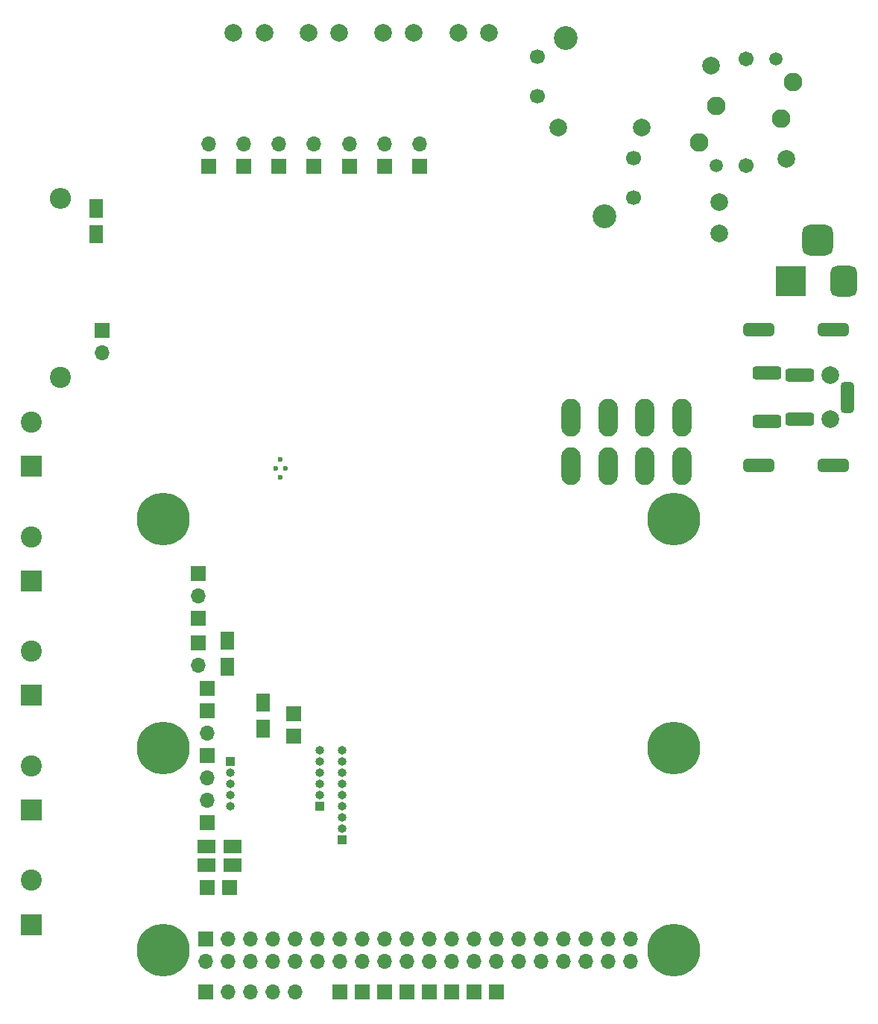
<source format=gbs>
G04 #@! TF.GenerationSoftware,KiCad,Pcbnew,(6.0.1-0)*
G04 #@! TF.CreationDate,2022-02-22T01:29:48+09:00*
G04 #@! TF.ProjectId,qPCR-main,71504352-2d6d-4616-996e-2e6b69636164,rev?*
G04 #@! TF.SameCoordinates,Original*
G04 #@! TF.FileFunction,Soldermask,Bot*
G04 #@! TF.FilePolarity,Negative*
%FSLAX46Y46*%
G04 Gerber Fmt 4.6, Leading zero omitted, Abs format (unit mm)*
G04 Created by KiCad (PCBNEW (6.0.1-0)) date 2022-02-22 01:29:48*
%MOMM*%
%LPD*%
G01*
G04 APERTURE LIST*
G04 Aperture macros list*
%AMRoundRect*
0 Rectangle with rounded corners*
0 $1 Rounding radius*
0 $2 $3 $4 $5 $6 $7 $8 $9 X,Y pos of 4 corners*
0 Add a 4 corners polygon primitive as box body*
4,1,4,$2,$3,$4,$5,$6,$7,$8,$9,$2,$3,0*
0 Add four circle primitives for the rounded corners*
1,1,$1+$1,$2,$3*
1,1,$1+$1,$4,$5*
1,1,$1+$1,$6,$7*
1,1,$1+$1,$8,$9*
0 Add four rect primitives between the rounded corners*
20,1,$1+$1,$2,$3,$4,$5,0*
20,1,$1+$1,$4,$5,$6,$7,0*
20,1,$1+$1,$6,$7,$8,$9,0*
20,1,$1+$1,$8,$9,$2,$3,0*%
%AMFreePoly0*
4,1,6,1.000000,0.000000,0.500000,-0.750000,-0.500000,-0.750000,-0.500000,0.750000,0.500000,0.750000,1.000000,0.000000,1.000000,0.000000,$1*%
G04 Aperture macros list end*
%ADD10R,1.700000X1.700000*%
%ADD11O,1.700000X1.700000*%
%ADD12C,2.000000*%
%ADD13C,0.600000*%
%ADD14R,2.400000X2.400000*%
%ADD15C,2.400000*%
%ADD16C,2.108200*%
%ADD17C,1.498600*%
%ADD18C,1.701800*%
%ADD19C,2.006600*%
%ADD20C,2.700000*%
%ADD21C,1.700000*%
%ADD22R,3.500000X3.500000*%
%ADD23RoundRect,0.750000X0.750000X1.000000X-0.750000X1.000000X-0.750000X-1.000000X0.750000X-1.000000X0*%
%ADD24RoundRect,0.875000X0.875000X0.875000X-0.875000X0.875000X-0.875000X-0.875000X0.875000X-0.875000X0*%
%ADD25O,2.400000X2.400000*%
%ADD26C,6.000000*%
%ADD27RoundRect,0.375000X1.275000X-0.375000X1.275000X0.375000X-1.275000X0.375000X-1.275000X-0.375000X0*%
%ADD28RoundRect,0.375000X0.375000X1.375000X-0.375000X1.375000X-0.375000X-1.375000X0.375000X-1.375000X0*%
%ADD29RoundRect,0.375000X-1.375000X0.375000X-1.375000X-0.375000X1.375000X-0.375000X1.375000X0.375000X0*%
%ADD30R,1.500000X1.500000*%
%ADD31FreePoly0,270.000000*%
%ADD32FreePoly0,90.000000*%
%ADD33R,1.000000X1.000000*%
%ADD34O,1.000000X1.000000*%
%ADD35O,2.201600X4.301600*%
%ADD36FreePoly0,180.000000*%
%ADD37FreePoly0,0.000000*%
G04 APERTURE END LIST*
D10*
X105370000Y-148000000D03*
D11*
X107910000Y-148000000D03*
X110450000Y-148000000D03*
X112990000Y-148000000D03*
X115530000Y-148000000D03*
D12*
X129000000Y-39100000D03*
X125500000Y-39100000D03*
D10*
X93600000Y-72900000D03*
D11*
X93600000Y-75440000D03*
D13*
X114429997Y-88549988D03*
X113829998Y-89550011D03*
X113329999Y-88549988D03*
X113829998Y-87549990D03*
D14*
X85546000Y-101320000D03*
D15*
X85546000Y-96320000D03*
D14*
X85546000Y-114320000D03*
D15*
X85546000Y-109320000D03*
D14*
X85546000Y-127320000D03*
D15*
X85546000Y-122320000D03*
D14*
X85546000Y-140320000D03*
D15*
X85546000Y-135320000D03*
D14*
X85546000Y-88320000D03*
D15*
X85546000Y-83320000D03*
D12*
X137500000Y-39100000D03*
X134000000Y-39100000D03*
X120500000Y-39100000D03*
X117000000Y-39100000D03*
X163669312Y-61854869D03*
X163669312Y-58354869D03*
D16*
X172059312Y-44714869D03*
D17*
X170109312Y-42064869D03*
D18*
X166709312Y-42064869D03*
D19*
X162759312Y-42864869D03*
D16*
X163359312Y-47364869D03*
X161359312Y-51514869D03*
D17*
X163309312Y-54164869D03*
D18*
X166709312Y-54164869D03*
D19*
X171259312Y-53364869D03*
D16*
X170659312Y-48864869D03*
D20*
X146249312Y-39724869D03*
D21*
X142999312Y-41824869D03*
X142999312Y-46324869D03*
D12*
X145349312Y-49824869D03*
X154849312Y-49824869D03*
D21*
X153899312Y-53324869D03*
X153899312Y-57824869D03*
D20*
X150649312Y-59924869D03*
D22*
X171828993Y-67310000D03*
D23*
X177828993Y-67310000D03*
D24*
X174828993Y-62610000D03*
D12*
X112000000Y-39100000D03*
X108500000Y-39100000D03*
D10*
X125639055Y-54210944D03*
D11*
X125639055Y-51670944D03*
D10*
X129639055Y-54210944D03*
D11*
X129639055Y-51670944D03*
D10*
X109639055Y-54210944D03*
D11*
X109639055Y-51670944D03*
D10*
X113639055Y-54210944D03*
D11*
X113639055Y-51670944D03*
D10*
X117639055Y-54210944D03*
D11*
X117639055Y-51670944D03*
D10*
X121639055Y-54210944D03*
D11*
X121639055Y-51670944D03*
X105639055Y-51670944D03*
D10*
X105639055Y-54210944D03*
D15*
X88800000Y-78200000D03*
D25*
X88800000Y-57880000D03*
D26*
X100500000Y-120270000D03*
X158500000Y-94270000D03*
X100500000Y-143270000D03*
X158500000Y-120270000D03*
X100500000Y-94270000D03*
X158500000Y-143270000D03*
D10*
X105370000Y-142000000D03*
D11*
X105370000Y-144540000D03*
X107910000Y-142000000D03*
X107910000Y-144540000D03*
X110450000Y-142000000D03*
X110450000Y-144540000D03*
X112990000Y-142000000D03*
X112990000Y-144540000D03*
X115530000Y-142000000D03*
X115530000Y-144540000D03*
X118070000Y-142000000D03*
X118070000Y-144540000D03*
X120610000Y-142000000D03*
X120610000Y-144540000D03*
X123150000Y-142000000D03*
X123150000Y-144540000D03*
X125690000Y-142000000D03*
X125690000Y-144540000D03*
X128230000Y-142000000D03*
X128230000Y-144540000D03*
X130770000Y-142000000D03*
X130770000Y-144540000D03*
X133310000Y-142000000D03*
X133310000Y-144540000D03*
X135850000Y-142000000D03*
X135850000Y-144540000D03*
X138390000Y-142000000D03*
X138390000Y-144540000D03*
X140930000Y-142000000D03*
X140930000Y-144540000D03*
X143470000Y-142000000D03*
X143470000Y-144540000D03*
X146010000Y-142000000D03*
X146010000Y-144540000D03*
X148550000Y-142000000D03*
X148550000Y-144540000D03*
X151090000Y-142000000D03*
X151090000Y-144540000D03*
X153630000Y-142000000D03*
X153630000Y-144540000D03*
D12*
X176250000Y-77976000D03*
X176250000Y-82976000D03*
D27*
X169100000Y-83226000D03*
X169100000Y-77726000D03*
X172850000Y-82976000D03*
X172850000Y-77976000D03*
D28*
X178250000Y-80476000D03*
D29*
X168150000Y-88176000D03*
X176650000Y-88176000D03*
X168150000Y-72776000D03*
X176650000Y-72776000D03*
D10*
X123150000Y-148000000D03*
X125690000Y-148000000D03*
X128230000Y-148000000D03*
X130770000Y-148000000D03*
X135850000Y-148000000D03*
X138390000Y-148000000D03*
D30*
X92860000Y-59300000D03*
X92860000Y-61700000D03*
D31*
X92860000Y-58500000D03*
D32*
X92860000Y-62500000D03*
D10*
X133310000Y-148000000D03*
X104530000Y-100460000D03*
D33*
X118262400Y-126898400D03*
D34*
X118262400Y-125628400D03*
X118262400Y-124358400D03*
X118262400Y-123088400D03*
X118262400Y-121818400D03*
X118262400Y-120548400D03*
D10*
X105469995Y-113538000D03*
X108009995Y-136144000D03*
X105470006Y-136143994D03*
D35*
X146840000Y-88250000D03*
X151040000Y-88250000D03*
X155240000Y-88250000D03*
X159440000Y-88250000D03*
X146840000Y-82750000D03*
X151040000Y-82750000D03*
X155240000Y-82750000D03*
X159440000Y-82750000D03*
D10*
X120600000Y-148000000D03*
D30*
X111897500Y-117800000D03*
X111897500Y-115400000D03*
D31*
X111897500Y-114600000D03*
D32*
X111897500Y-118600000D03*
D10*
X115370000Y-118963999D03*
X115370000Y-116423999D03*
D30*
X107809995Y-110771993D03*
X107809995Y-108371993D03*
D31*
X107809995Y-107571993D03*
D32*
X107809995Y-111571993D03*
D30*
X105708600Y-131470400D03*
X108108600Y-131470400D03*
D36*
X108908600Y-131470400D03*
D37*
X104908600Y-131470400D03*
D10*
X105469995Y-116078000D03*
D11*
X105469995Y-118618000D03*
D33*
X120853200Y-130708400D03*
D34*
X120853200Y-129438400D03*
X120853200Y-128168400D03*
X120853200Y-126898400D03*
X120853200Y-125628400D03*
X120853200Y-124358400D03*
X120853200Y-123088400D03*
X120853200Y-121818400D03*
X120853200Y-120548400D03*
D33*
X108102400Y-121818400D03*
D34*
X108102400Y-123088400D03*
X108102400Y-124358400D03*
X108102400Y-125628400D03*
X108102400Y-126898400D03*
D30*
X108108600Y-133604000D03*
X105708600Y-133604000D03*
D36*
X108908600Y-133604000D03*
D37*
X104908600Y-133604000D03*
D10*
X105469995Y-128778000D03*
D11*
X105469995Y-126238000D03*
D10*
X104530000Y-105540000D03*
D11*
X104530000Y-103000000D03*
D10*
X104530000Y-108334000D03*
D11*
X104530000Y-110874000D03*
D10*
X105469995Y-121158000D03*
D11*
X105469995Y-123698000D03*
M02*

</source>
